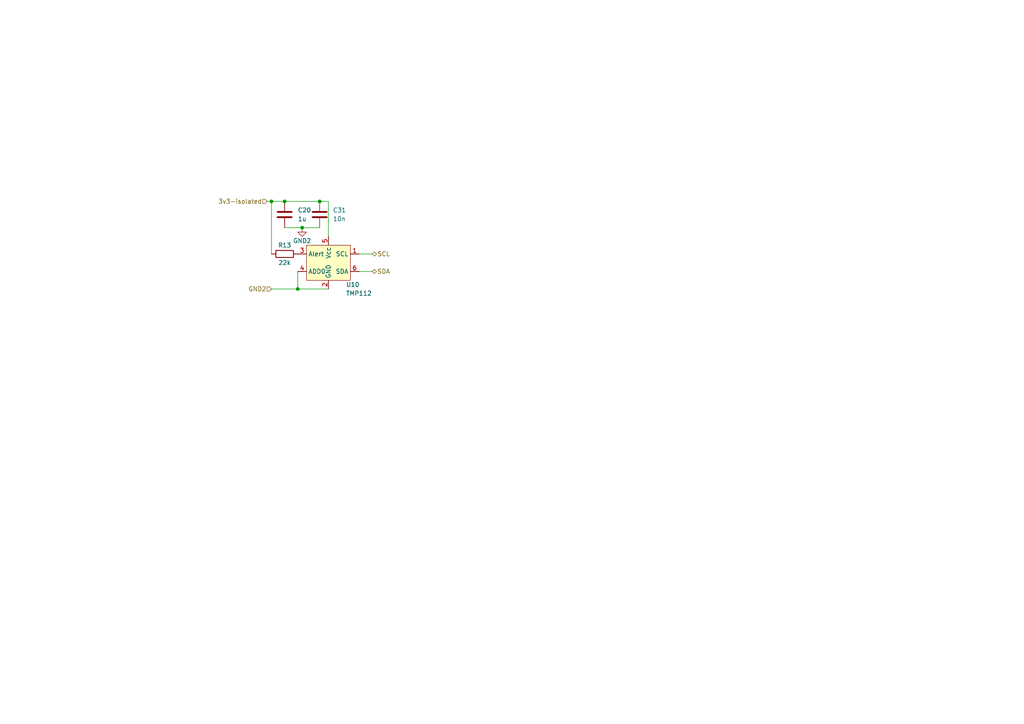
<source format=kicad_sch>
(kicad_sch (version 20231120) (generator "eeschema") (generator_version "8.0")
  (paper "A4")
  (lib_symbols
    (symbol "Custom_parts:TMP112"
      (property "Reference" "U" (at 5.08 8.89 0))
      (property "Value" "TMP112" (at 5.08 6.35 0))
      (symbol "TMP112_0_1"
        (rectangle (start -6.35 5.08) (end 6.35 -5.08) (fill (type background)))
      )
      (symbol "TMP112_1_1"
        (pin bidirectional line (at 8.89 2.54 180) (length 2.54) (name "SCL") (number "1"))
        (pin power_in line (at 0 -7.62 90) (length 2.54) (name "GND") (number "2"))
        (pin output line (at -8.89 2.54 0) (length 2.54) (name "Alert") (number "3"))
        (pin input line (at -8.89 -2.54 0) (length 2.54) (name "ADD0") (number "4"))
        (pin power_in line (at 0 7.62 270) (length 2.54) (name "Vcc") (number "5"))
        (pin bidirectional line (at 8.89 -2.54 180) (length 2.54) (name "SDA") (number "6"))
      )
    )
    (symbol "Device:C" (pin_numbers hide) (pin_names (offset 0.254))
      (property "Reference" "C" (at 0.635 2.54 0))
      (property "Value" "C" (at 0.635 -2.54 0))
      (symbol "C_0_1"
        (polyline (pts (xy -2.032 -0.762) (xy 2.032 -0.762)) (stroke (width 0.508)))
        (polyline (pts (xy -2.032 0.762) (xy 2.032 0.762)) (stroke (width 0.508)))
      )
      (symbol "C_1_1"
        (pin passive line (at 0 3.81 270) (length 2.794) (name "~") (number "1"))
        (pin passive line (at 0 -3.81 90) (length 2.794) (name "~") (number "2"))
      )
    )
    (symbol "Device:R" (pin_numbers hide) (pin_names (offset 0))
      (property "Reference" "R" (at 2.032 0 90))
      (property "Value" "R" (at 0 0 90))
      (symbol "R_0_1"
        (rectangle (start -1.016 -2.54) (end 1.016 2.54) (stroke (width 0.254)))
      )
      (symbol "R_1_1"
        (pin passive line (at 0 3.81 270) (length 1.27) (name "~") (number "1"))
        (pin passive line (at 0 -3.81 90) (length 1.27) (name "~") (number "2"))
      )
    )
    (symbol "power:GND2" (power) (pin_names (offset 0))
      (property "Value" "GND2" (at 0 -3.81 0))
      (symbol "GND2_0_1"
        (polyline (pts (xy 0 0) (xy 0 -1.27) (xy 1.27 -1.27) (xy 0 -2.54) (xy -1.27 -1.27) (xy 0 -1.27)))
      )
      (symbol "GND2_1_1"
        (pin power_in line (at 0 0 270) (length 0) hide (name "GND2") (number "1"))
      )
    )
  )
  (junction (at 87.63 66.04))
  (junction (at 78.74 58.42))
  (junction (at 86.36 83.82))
  (junction (at 82.55 58.42))
  (junction (at 92.71 58.42))
  (wire (pts (xy 95.25 68.58) (xy 95.25 58.42)))
  (wire (pts (xy 86.36 83.82) (xy 95.25 83.82)))
  (wire (pts (xy 87.63 66.04) (xy 92.71 66.04)))
  (wire (pts (xy 82.55 58.42) (xy 92.71 58.42)))
  (wire (pts (xy 78.74 83.82) (xy 86.36 83.82)))
  (wire (pts (xy 78.74 73.66) (xy 78.74 58.42)))
  (wire (pts (xy 78.74 58.42) (xy 82.55 58.42)))
  (wire (pts (xy 77.47 58.42) (xy 78.74 58.42)))
  (wire (pts (xy 95.25 58.42) (xy 92.71 58.42)))
  (wire (pts (xy 104.14 78.74) (xy 107.95 78.74)))
  (wire (pts (xy 104.14 73.66) (xy 107.95 73.66)))
  (wire (pts (xy 86.36 78.74) (xy 86.36 83.82)))
  (wire (pts (xy 82.55 66.04) (xy 87.63 66.04)))
  (hierarchical_label "3v3-isolated" (shape input) (at 77.47 58.42 180))
  (hierarchical_label "GND2" (shape input) (at 78.74 83.82 180))
  (hierarchical_label "SDA" (shape bidirectional) (at 107.95 78.74 0))
  (hierarchical_label "SCL" (shape bidirectional) (at 107.95 73.66 0))
  (symbol (lib_id "power:GND2") (at 87.63 66.04 0) (unit 1)
    (property "Reference" "#PWR028" (effects (hide yes)))
    (property "Value" "GND2" (at 87.63 69.85 0))
  )
  (symbol (lib_id "Device:C") (at 82.55 62.23 0) (unit 1)
    (property "Reference" "C20" (at 86.36 60.9599 0) (effects (justify left)))
    (property "Value" "1u" (at 86.36 63.4999 0) (effects (justify left)))
  )
  (symbol (lib_id "Device:R") (at 82.55 73.66 90) (unit 1)
    (property "Reference" "R13" (at 82.55 71.12 90))
    (property "Value" "22k" (at 82.55 76.2 90))
  )
  (symbol (lib_id "Device:C") (at 92.71 62.23 0) (unit 1)
    (property "Reference" "C31" (at 96.52 60.9599 0) (effects (justify left)))
    (property "Value" "10n" (at 96.52 63.4999 0) (effects (justify left)))
  )
  (symbol (lib_id "Custom_parts:TMP112") (at 95.25 76.2 0) (unit 1)
    (property "Reference" "U10" (at 100.33 82.55 0) (effects (justify left)))
    (property "Value" "TMP112" (at 100.33 85.09 0) (effects (justify left)))
  )
)
</source>
